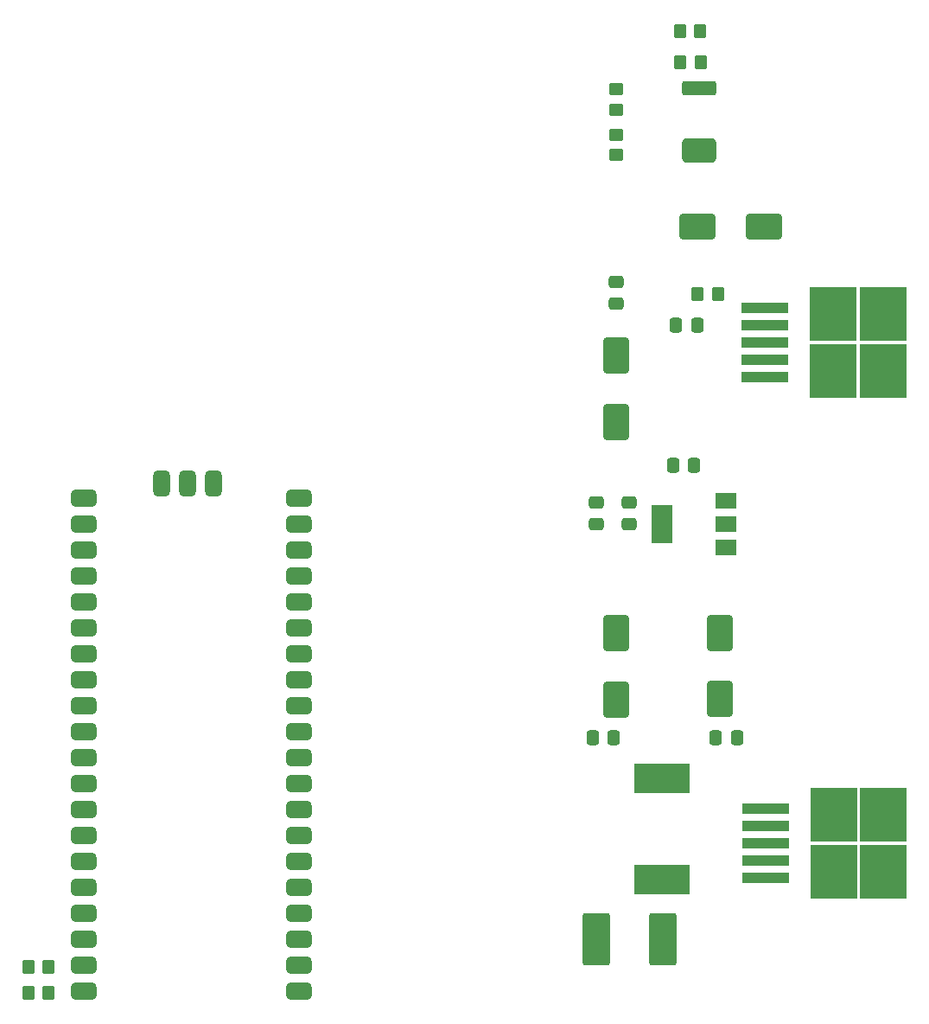
<source format=gbr>
%TF.GenerationSoftware,KiCad,Pcbnew,6.0.5*%
%TF.CreationDate,2022-06-27T11:22:29-03:00*%
%TF.ProjectId,trekking,7472656b-6b69-46e6-972e-6b696361645f,rev?*%
%TF.SameCoordinates,Original*%
%TF.FileFunction,Paste,Top*%
%TF.FilePolarity,Positive*%
%FSLAX46Y46*%
G04 Gerber Fmt 4.6, Leading zero omitted, Abs format (unit mm)*
G04 Created by KiCad (PCBNEW 6.0.5) date 2022-06-27 11:22:29*
%MOMM*%
%LPD*%
G01*
G04 APERTURE LIST*
G04 Aperture macros list*
%AMRoundRect*
0 Rectangle with rounded corners*
0 $1 Rounding radius*
0 $2 $3 $4 $5 $6 $7 $8 $9 X,Y pos of 4 corners*
0 Add a 4 corners polygon primitive as box body*
4,1,4,$2,$3,$4,$5,$6,$7,$8,$9,$2,$3,0*
0 Add four circle primitives for the rounded corners*
1,1,$1+$1,$2,$3*
1,1,$1+$1,$4,$5*
1,1,$1+$1,$6,$7*
1,1,$1+$1,$8,$9*
0 Add four rect primitives between the rounded corners*
20,1,$1+$1,$2,$3,$4,$5,0*
20,1,$1+$1,$4,$5,$6,$7,0*
20,1,$1+$1,$6,$7,$8,$9,0*
20,1,$1+$1,$8,$9,$2,$3,0*%
G04 Aperture macros list end*
%ADD10RoundRect,0.250000X-0.350000X-0.450000X0.350000X-0.450000X0.350000X0.450000X-0.350000X0.450000X0*%
%ADD11RoundRect,0.250000X0.350000X0.450000X-0.350000X0.450000X-0.350000X-0.450000X0.350000X-0.450000X0*%
%ADD12RoundRect,0.250000X0.337500X0.475000X-0.337500X0.475000X-0.337500X-0.475000X0.337500X-0.475000X0*%
%ADD13RoundRect,0.250001X1.074999X2.324999X-1.074999X2.324999X-1.074999X-2.324999X1.074999X-2.324999X0*%
%ADD14RoundRect,0.250000X-0.337500X-0.475000X0.337500X-0.475000X0.337500X0.475000X-0.337500X0.475000X0*%
%ADD15RoundRect,0.250000X0.475000X-0.337500X0.475000X0.337500X-0.475000X0.337500X-0.475000X-0.337500X0*%
%ADD16R,2.000000X1.500000*%
%ADD17R,2.000000X3.800000*%
%ADD18RoundRect,0.250000X-1.000000X1.500000X-1.000000X-1.500000X1.000000X-1.500000X1.000000X1.500000X0*%
%ADD19RoundRect,0.249999X-1.425001X0.450001X-1.425001X-0.450001X1.425001X-0.450001X1.425001X0.450001X0*%
%ADD20RoundRect,0.428570X-1.246430X0.771430X-1.246430X-0.771430X1.246430X-0.771430X1.246430X0.771430X0*%
%ADD21R,5.400000X2.900000*%
%ADD22RoundRect,0.250000X-1.500000X-1.000000X1.500000X-1.000000X1.500000X1.000000X-1.500000X1.000000X0*%
%ADD23RoundRect,0.412500X0.837500X0.412500X-0.837500X0.412500X-0.837500X-0.412500X0.837500X-0.412500X0*%
%ADD24RoundRect,0.412500X-0.412500X0.837500X-0.412500X-0.837500X0.412500X-0.837500X0.412500X0.837500X0*%
%ADD25RoundRect,0.250000X1.000000X-1.500000X1.000000X1.500000X-1.000000X1.500000X-1.000000X-1.500000X0*%
%ADD26RoundRect,0.250000X-0.450000X0.350000X-0.450000X-0.350000X0.450000X-0.350000X0.450000X0.350000X0*%
%ADD27R,4.550000X5.250000*%
%ADD28R,4.600000X1.100000*%
G04 APERTURE END LIST*
D10*
%TO.C,R3*%
X49064000Y-150000000D03*
X51064000Y-150000000D03*
%TD*%
D11*
%TO.C,R2*%
X51080000Y-152540000D03*
X49080000Y-152540000D03*
%TD*%
D12*
%TO.C,C2*%
X114621000Y-87200000D03*
X112546000Y-87200000D03*
%TD*%
D13*
%TO.C,D1*%
X111225000Y-147320000D03*
X104675000Y-147320000D03*
%TD*%
D10*
%TO.C,R5*%
X112905000Y-58420000D03*
X114905000Y-58420000D03*
%TD*%
%TO.C,R1*%
X114637000Y-84152000D03*
X116637000Y-84152000D03*
%TD*%
D14*
%TO.C,C3*%
X116437500Y-127635000D03*
X118512500Y-127635000D03*
%TD*%
D15*
%TO.C,C8*%
X106680000Y-85090000D03*
X106680000Y-83015000D03*
%TD*%
D16*
%TO.C,U2*%
X117425000Y-108980000D03*
X117425000Y-106680000D03*
D17*
X111125000Y-106680000D03*
D16*
X117425000Y-104380000D03*
%TD*%
D18*
%TO.C,C9*%
X106680000Y-90170000D03*
X106680000Y-96670000D03*
%TD*%
D19*
%TO.C,R6*%
X114808000Y-64006000D03*
D20*
X114808000Y-70106000D03*
%TD*%
D15*
%TO.C,C6*%
X107925000Y-106680000D03*
X107925000Y-104605000D03*
%TD*%
D11*
%TO.C,R4*%
X114937000Y-61468000D03*
X112937000Y-61468000D03*
%TD*%
D21*
%TO.C,L1*%
X111125000Y-141475000D03*
X111125000Y-131575000D03*
%TD*%
D22*
%TO.C,C4*%
X114621000Y-77548000D03*
X121121000Y-77548000D03*
%TD*%
D23*
%TO.C,U1*%
X75565000Y-152400000D03*
X75565000Y-149860000D03*
X75565000Y-147320000D03*
X75565000Y-144780000D03*
X75565000Y-142240000D03*
X75565000Y-139700000D03*
X75565000Y-137160000D03*
X75565000Y-134620000D03*
X75565000Y-132080000D03*
X75565000Y-129540000D03*
X75565000Y-127000000D03*
X75565000Y-124460000D03*
X75565000Y-121920000D03*
X75565000Y-119380000D03*
X75565000Y-116840000D03*
X75565000Y-114300000D03*
X75565000Y-111760000D03*
X75565000Y-109220000D03*
X75565000Y-106680000D03*
X75565000Y-104140000D03*
X54483000Y-104140000D03*
X54483000Y-106680000D03*
X54483000Y-109220000D03*
X54483000Y-111760000D03*
X54483000Y-114300000D03*
X54483000Y-116840000D03*
X54483000Y-119380000D03*
X54483000Y-121920000D03*
X54483000Y-124460000D03*
X54483000Y-127000000D03*
X54483000Y-129540000D03*
X54483000Y-132080000D03*
X54483000Y-134620000D03*
X54483000Y-137160000D03*
X54483000Y-139700000D03*
X54483000Y-142240000D03*
X54483000Y-144780000D03*
X54483000Y-147320000D03*
X54483000Y-149860000D03*
X54483000Y-152400000D03*
D24*
X67183000Y-102743000D03*
X64643000Y-102743000D03*
X62103000Y-102743000D03*
%TD*%
D12*
%TO.C,C1*%
X114300000Y-100965000D03*
X112225000Y-100965000D03*
%TD*%
D25*
%TO.C,C5*%
X116840000Y-123825000D03*
X116840000Y-117325000D03*
%TD*%
D26*
%TO.C,R7*%
X106680000Y-64135000D03*
X106680000Y-66135000D03*
%TD*%
%TO.C,R8*%
X106680000Y-68580000D03*
X106680000Y-70580000D03*
%TD*%
D15*
%TO.C,C7*%
X104750000Y-106680000D03*
X104750000Y-104605000D03*
%TD*%
D27*
%TO.C,U4*%
X128016000Y-135166000D03*
X128016000Y-140716000D03*
X132866000Y-140716000D03*
X132866000Y-135166000D03*
D28*
X121291000Y-134541000D03*
X121291000Y-136241000D03*
X121291000Y-137941000D03*
X121291000Y-139641000D03*
X121291000Y-141341000D03*
%TD*%
D27*
%TO.C,U3*%
X127950000Y-91675000D03*
X132800000Y-86125000D03*
X132800000Y-91675000D03*
X127950000Y-86125000D03*
D28*
X121225000Y-85500000D03*
X121225000Y-87200000D03*
X121225000Y-88900000D03*
X121225000Y-90600000D03*
X121225000Y-92300000D03*
%TD*%
D12*
%TO.C,C10*%
X106447500Y-127635000D03*
X104372500Y-127635000D03*
%TD*%
D25*
%TO.C,C11*%
X106680000Y-123900000D03*
X106680000Y-117400000D03*
%TD*%
M02*

</source>
